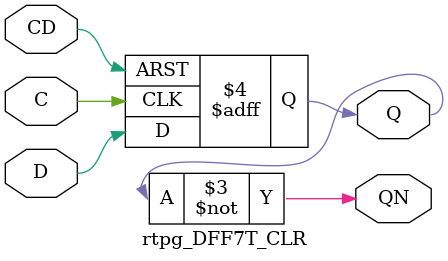
<source format=v>
/*
    Verilog description of cell library to allow for proper port mapping

    Based on Yosys cmos example
*/

module BUF(A, Y);
input A;
output Y;
assign Y = A;
endmodule

module rtpg_NOT(A, Y);
input A;
output Y;
assign Y = ~A;
endmodule

module rtpg_XOR2(A, B, Y);
input A, B;
output Y;
assign Y =  (A ^ B);
endmodule

module rtpg_NOR2(A, B, Y);
input A, B;
output Y;
assign Y = ~(A | B);
endmodule

module rtpg_NOR3(A, B, C, Y);
input A, B , C;
output Y;
assign Y = ~(A | B | C);
endmodule

module rtpg_DFF7T(C, D, Q);
input C, D;
output reg Q;
always @(posedge C)
	Q <= D;
endmodule

module rtpg_DFF7T_CLR(C, CD, D, Q, QN);
input C, D, CD;
output reg Q;
output QN;
always @(negedge C or negedge CD)
begin
    if (CD == 1'b0)
        Q <= 1'b0; 
    else
        Q <=  D;
end

assign QN = ~Q;

endmodule

</source>
